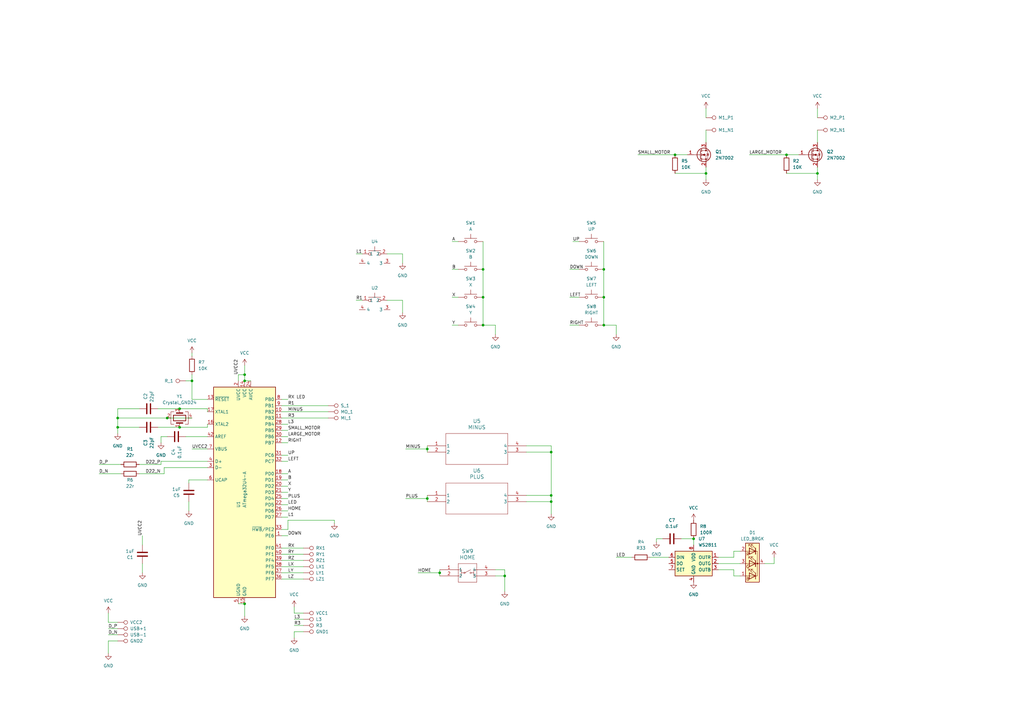
<source format=kicad_sch>
(kicad_sch (version 20231120) (generator "eeschema") (generator_version "8.0")
  (paper "A3")
  (lib_symbols
    (symbol "Connector:TestPoint" (pin_numbers hide) (pin_names (offset 0.762) hide)
      (property "Reference" "TP" (at 0 6.858 0))
      (property "Value" "TestPoint" (at 0 5.08 0))
      (symbol "TestPoint_0_1"
        (circle (center 0 3.302) (radius 0.762))
      )
      (symbol "TestPoint_1_1"
        (pin passive line (at 0 0 90) (length 2.54) (name "1") (number "1"))
      )
    )
    (symbol "Device:C" (pin_numbers hide) (pin_names (offset 0.254))
      (property "Reference" "C" (at 0.635 2.54 0))
      (property "Value" "C" (at 0.635 -2.54 0))
      (symbol "C_0_1"
        (polyline (pts (xy -2.032 -0.762) (xy 2.032 -0.762)) (stroke (width 0.508)))
        (polyline (pts (xy -2.032 0.762) (xy 2.032 0.762)) (stroke (width 0.508)))
      )
      (symbol "C_1_1"
        (pin passive line (at 0 3.81 270) (length 2.794) (name "~") (number "1"))
        (pin passive line (at 0 -3.81 90) (length 2.794) (name "~") (number "2"))
      )
    )
    (symbol "Device:Crystal_GND24" (pin_names (offset 1.016) hide)
      (property "Reference" "Y" (at 3.175 5.08 0))
      (property "Value" "Crystal_GND24" (at 3.175 3.175 0))
      (symbol "Crystal_GND24_0_1"
        (rectangle (start -1.143 2.54) (end 1.143 -2.54) (stroke (width 0.3048)))
        (polyline (pts (xy -2.54 0) (xy -2.032 0)))
        (polyline (pts (xy -2.032 -1.27) (xy -2.032 1.27)) (stroke (width 0.508)))
        (polyline (pts (xy 0 -3.81) (xy 0 -3.556)))
        (polyline (pts (xy 0 3.556) (xy 0 3.81)))
        (polyline (pts (xy 2.032 -1.27) (xy 2.032 1.27)) (stroke (width 0.508)))
        (polyline (pts (xy 2.032 0) (xy 2.54 0)))
        (polyline (pts (xy -2.54 -2.286) (xy -2.54 -3.556) (xy 2.54 -3.556) (xy 2.54 -2.286)))
        (polyline (pts (xy -2.54 2.286) (xy -2.54 3.556) (xy 2.54 3.556) (xy 2.54 2.286)))
      )
      (symbol "Crystal_GND24_1_1"
        (pin passive line (at -3.81 0 0) (length 1.27) (name "1") (number "1"))
        (pin passive line (at 0 5.08 270) (length 1.27) (name "2") (number "2"))
        (pin passive line (at 3.81 0 180) (length 1.27) (name "3") (number "3"))
        (pin passive line (at 0 -5.08 90) (length 1.27) (name "4") (number "4"))
      )
    )
    (symbol "Device:LED_BRGK" (pin_names (offset 0) hide)
      (property "Reference" "D" (at 0 9.398 0))
      (property "Value" "LED_BRGK" (at 0 -8.89 0))
      (symbol "LED_BRGK_0_0"
        (text "B" (at 1.905 -6.35 0) (effects (font (size 1.27 1.27))))
        (text "G" (at 1.905 -1.27 0) (effects (font (size 1.27 1.27))))
        (text "R" (at 1.905 3.81 0) (effects (font (size 1.27 1.27))))
      )
      (symbol "LED_BRGK_0_1"
        (circle (center -2.032 0) (radius 0.254) (fill (type outline)))
        (polyline (pts (xy -1.27 -5.08) (xy 1.27 -5.08)))
        (polyline (pts (xy -1.27 -3.81) (xy -1.27 -6.35)) (stroke (width 0.254)))
        (polyline (pts (xy -1.27 0) (xy -2.54 0)))
        (polyline (pts (xy -1.27 1.27) (xy -1.27 -1.27)) (stroke (width 0.254)))
        (polyline (pts (xy -1.27 5.08) (xy 1.27 5.08)))
        (polyline (pts (xy -1.27 6.35) (xy -1.27 3.81)) (stroke (width 0.254)))
        (polyline (pts (xy 1.27 -5.08) (xy 2.54 -5.08)))
        (polyline (pts (xy 1.27 0) (xy -1.27 0)))
        (polyline (pts (xy 1.27 0) (xy 2.54 0)))
        (polyline (pts (xy 1.27 5.08) (xy 2.54 5.08)))
        (polyline (pts (xy -1.27 1.27) (xy -1.27 -1.27) (xy -1.27 -1.27)))
        (polyline (pts (xy -1.27 6.35) (xy -1.27 3.81) (xy -1.27 3.81)))
        (polyline (pts (xy -1.27 5.08) (xy -2.032 5.08) (xy -2.032 -5.08) (xy -1.016 -5.08)))
        (polyline (pts (xy 1.27 -3.81) (xy 1.27 -6.35) (xy -1.27 -5.08) (xy 1.27 -3.81)) (stroke (width 0.254)))
        (polyline (pts (xy 1.27 1.27) (xy 1.27 -1.27) (xy -1.27 0) (xy 1.27 1.27)) (stroke (width 0.254)))
        (polyline (pts (xy 1.27 6.35) (xy 1.27 3.81) (xy -1.27 5.08) (xy 1.27 6.35)) (stroke (width 0.254)))
        (polyline (pts (xy -1.016 -3.81) (xy 0.508 -2.286) (xy -0.254 -2.286) (xy 0.508 -2.286) (xy 0.508 -3.048)))
        (polyline (pts (xy -1.016 1.27) (xy 0.508 2.794) (xy -0.254 2.794) (xy 0.508 2.794) (xy 0.508 2.032)))
        (polyline (pts (xy -1.016 6.35) (xy 0.508 7.874) (xy -0.254 7.874) (xy 0.508 7.874) (xy 0.508 7.112)))
        (polyline (pts (xy 0 -3.81) (xy 1.524 -2.286) (xy 0.762 -2.286) (xy 1.524 -2.286) (xy 1.524 -3.048)))
        (polyline (pts (xy 0 1.27) (xy 1.524 2.794) (xy 0.762 2.794) (xy 1.524 2.794) (xy 1.524 2.032)))
        (polyline (pts (xy 0 6.35) (xy 1.524 7.874) (xy 0.762 7.874) (xy 1.524 7.874) (xy 1.524 7.112)))
        (rectangle (start 1.27 -1.27) (end 1.27 1.27))
        (rectangle (start 1.27 1.27) (end 1.27 1.27))
        (rectangle (start 1.27 3.81) (end 1.27 6.35))
        (rectangle (start 1.27 6.35) (end 1.27 6.35))
        (rectangle (start 2.794 8.382) (end -2.794 -7.62) (stroke (width 0.254)) (fill (type background)))
      )
      (symbol "LED_BRGK_1_1"
        (pin passive line (at 5.08 -5.08 180) (length 2.54) (name "BA") (number "1"))
        (pin passive line (at 5.08 5.08 180) (length 2.54) (name "RA") (number "2"))
        (pin passive line (at 5.08 0 180) (length 2.54) (name "GA") (number "3"))
        (pin passive line (at -5.08 0 0) (length 2.54) (name "K") (number "4"))
      )
    )
    (symbol "Device:R" (pin_numbers hide) (pin_names (offset 0))
      (property "Reference" "R" (at 2.032 0 90))
      (property "Value" "R" (at 0 0 90))
      (symbol "R_0_1"
        (rectangle (start -1.016 -2.54) (end 1.016 2.54) (stroke (width 0.254)))
      )
      (symbol "R_1_1"
        (pin passive line (at 0 3.81 270) (length 1.27) (name "~") (number "1"))
        (pin passive line (at 0 -3.81 90) (length 1.27) (name "~") (number "2"))
      )
    )
    (symbol "Driver_LED:WS2811"
      (property "Reference" "U" (at -6.35 6.35 0))
      (property "Value" "WS2811" (at 5.08 6.35 0))
      (symbol "WS2811_0_1"
        (rectangle (start -7.62 5.08) (end 7.62 -5.08) (stroke (width 0.254)) (fill (type background)))
      )
      (symbol "WS2811_1_1"
        (pin output line (at 10.16 2.54 180) (length 2.54) (name "OUTR") (number "1"))
        (pin output line (at 10.16 0 180) (length 2.54) (name "OUTG") (number "2"))
        (pin output line (at 10.16 -2.54 180) (length 2.54) (name "OUTB") (number "3"))
        (pin power_in line (at 0 -7.62 90) (length 2.54) (name "GND") (number "4"))
        (pin output line (at -10.16 0 0) (length 2.54) (name "DO") (number "5"))
        (pin input line (at -10.16 2.54 0) (length 2.54) (name "DIN") (number "6"))
        (pin input line (at -10.16 -2.54 0) (length 2.54) (name "SET") (number "7"))
        (pin power_in line (at 0 7.62 270) (length 2.54) (name "VDD") (number "8"))
      )
    )
    (symbol "MCU_Microchip_ATmega:ATmega32U4-A"
      (property "Reference" "U" (at -12.7 44.45 0))
      (property "Value" "ATmega32U4-A" (at 2.54 -44.45 0))
      (symbol "ATmega32U4-A_0_1"
        (rectangle (start -12.7 -43.18) (end 12.7 43.18) (stroke (width 0.254)) (fill (type background)))
      )
      (symbol "ATmega32U4-A_1_1"
        (pin bidirectional line (at 15.24 -17.78 180) (length 2.54) (name "PE6") (number "1"))
        (pin bidirectional line (at 15.24 33.02 180) (length 2.54) (name "PB2") (number "10"))
        (pin bidirectional line (at 15.24 30.48 180) (length 2.54) (name "PB3") (number "11"))
        (pin bidirectional line (at 15.24 20.32 180) (length 2.54) (name "PB7") (number "12"))
        (pin input line (at -15.24 38.1 0) (length 2.54) (name "~{RESET}") (number "13"))
        (pin power_in line (at 0 45.72 270) (length 2.54) (name "VCC") (number "14"))
        (pin power_in line (at 0 -45.72 90) (length 2.54) (name "GND") (number "15"))
        (pin output line (at -15.24 27.94 0) (length 2.54) (name "XTAL2") (number "16"))
        (pin input line (at -15.24 33.02 0) (length 2.54) (name "XTAL1") (number "17"))
        (pin bidirectional line (at 15.24 7.62 180) (length 2.54) (name "PD0") (number "18"))
        (pin bidirectional line (at 15.24 5.08 180) (length 2.54) (name "PD1") (number "19"))
        (pin power_in line (at -2.54 45.72 270) (length 2.54) (name "UVCC") (number "2"))
        (pin bidirectional line (at 15.24 2.54 180) (length 2.54) (name "PD2") (number "20"))
        (pin bidirectional line (at 15.24 0 180) (length 2.54) (name "PD3") (number "21"))
        (pin bidirectional line (at 15.24 -5.08 180) (length 2.54) (name "PD5") (number "22"))
        (pin passive line (at 0 -45.72 90) (length 2.54) hide (name "GND") (number "23"))
        (pin power_in line (at 2.54 45.72 270) (length 2.54) (name "AVCC") (number "24"))
        (pin bidirectional line (at 15.24 -2.54 180) (length 2.54) (name "PD4") (number "25"))
        (pin bidirectional line (at 15.24 -7.62 180) (length 2.54) (name "PD6") (number "26"))
        (pin bidirectional line (at 15.24 -10.16 180) (length 2.54) (name "PD7") (number "27"))
        (pin bidirectional line (at 15.24 27.94 180) (length 2.54) (name "PB4") (number "28"))
        (pin bidirectional line (at 15.24 25.4 180) (length 2.54) (name "PB5") (number "29"))
        (pin bidirectional line (at -15.24 10.16 0) (length 2.54) (name "D-") (number "3"))
        (pin bidirectional line (at 15.24 22.86 180) (length 2.54) (name "PB6") (number "30"))
        (pin bidirectional line (at 15.24 15.24 180) (length 2.54) (name "PC6") (number "31"))
        (pin bidirectional line (at 15.24 12.7 180) (length 2.54) (name "PC7") (number "32"))
        (pin bidirectional line (at 15.24 -15.24 180) (length 2.54) (name "~{HWB}/PE2") (number "33"))
        (pin passive line (at 0 45.72 270) (length 2.54) hide (name "VCC") (number "34"))
        (pin passive line (at 0 -45.72 90) (length 2.54) hide (name "GND") (number "35"))
        (pin bidirectional line (at 15.24 -35.56 180) (length 2.54) (name "PF7") (number "36"))
        (pin bidirectional line (at 15.24 -33.02 180) (length 2.54) (name "PF6") (number "37"))
        (pin bidirectional line (at 15.24 -30.48 180) (length 2.54) (name "PF5") (number "38"))
        (pin bidirectional line (at 15.24 -27.94 180) (length 2.54) (name "PF4") (number "39"))
        (pin bidirectional line (at -15.24 12.7 0) (length 2.54) (name "D+") (number "4"))
        (pin bidirectional line (at 15.24 -25.4 180) (length 2.54) (name "PF1") (number "40"))
        (pin bidirectional line (at 15.24 -22.86 180) (length 2.54) (name "PF0") (number "41"))
        (pin passive line (at -15.24 22.86 0) (length 2.54) (name "AREF") (number "42"))
        (pin passive line (at 0 -45.72 90) (length 2.54) hide (name "GND") (number "43"))
        (pin passive line (at 2.54 45.72 270) (length 2.54) hide (name "AVCC") (number "44"))
        (pin passive line (at -2.54 -45.72 90) (length 2.54) (name "UGND") (number "5"))
        (pin passive line (at -15.24 5.08 0) (length 2.54) (name "UCAP") (number "6"))
        (pin input line (at -15.24 17.78 0) (length 2.54) (name "VBUS") (number "7"))
        (pin bidirectional line (at 15.24 38.1 180) (length 2.54) (name "PB0") (number "8"))
        (pin bidirectional line (at 15.24 35.56 180) (length 2.54) (name "PB1") (number "9"))
      )
    )
    (symbol "MJTP1117:SW_PUSH_Shield"
      (property "Reference" "U" (at 0 3.81 0))
      (symbol "SW_PUSH_Shield_0_1"
        (circle (center -2.032 -1.27) (radius 0.508))
        (polyline (pts (xy 0 0) (xy 0 1.778)))
        (polyline (pts (xy 2.54 0) (xy -2.54 0)))
        (circle (center 2.032 -1.27) (radius 0.508))
        (pin passive line (at -5.08 -1.27 0) (length 2.54) (name "1") (number "1"))
        (pin passive line (at 5.08 -1.27 180) (length 2.54) (name "2") (number "2"))
      )
      (symbol "SW_PUSH_Shield_1_1"
        (pin passive line (at 6.35 -5.08 180) (length 2.54) (name "3") (number "3"))
        (pin passive line (at -6.35 -5.08 0) (length 2.54) (name "4") (number "4"))
      )
    )
    (symbol "PTS526SK15SMTR2_LFS:PTS526_SK15_SMTR2_LFS" (pin_names (offset 0.254))
      (property "Reference" "U" (at 20.32 10.16 0))
      (property "Value" "PTS526 SK15 SMTR2 LFS" (at 20.32 7.62 0))
      (symbol "PTS526_SK15_SMTR2_LFS_0_1"
        (polyline (pts (xy 7.62 -7.62) (xy 33.02 -7.62)) (stroke (width 0.127)))
        (polyline (pts (xy 7.62 5.08) (xy 7.62 -7.62)) (stroke (width 0.127)))
        (polyline (pts (xy 33.02 -7.62) (xy 33.02 5.08)) (stroke (width 0.127)))
        (polyline (pts (xy 33.02 5.08) (xy 7.62 5.08)) (stroke (width 0.127)))
        (pin unspecified line (at 0 0 0) (length 7.62) (name "1") (number "1"))
        (pin unspecified line (at 0 -2.54 0) (length 7.62) (name "2") (number "2"))
        (pin unspecified line (at 40.64 -2.54 180) (length 7.62) (name "3") (number "3"))
        (pin unspecified line (at 40.64 0 180) (length 7.62) (name "4") (number "4"))
      )
    )
    (symbol "Switch:SW_Push" (pin_numbers hide) (pin_names (offset 1.016) hide)
      (property "Reference" "SW" (at 1.27 2.54 0))
      (property "Value" "SW_Push" (at 0 -1.524 0))
      (symbol "SW_Push_0_1"
        (circle (center -2.032 0) (radius 0.508))
        (polyline (pts (xy 0 1.27) (xy 0 3.048)))
        (polyline (pts (xy 2.54 1.27) (xy -2.54 1.27)))
        (circle (center 2.032 0) (radius 0.508))
        (pin passive line (at -5.08 0 0) (length 2.54) (name "1") (number "1"))
        (pin passive line (at 5.08 0 180) (length 2.54) (name "2") (number "2"))
      )
    )
    (symbol "TL3315NF100Q:TL3315NF100Q" (pin_names (offset 0.254))
      (property "Reference" "SW" (at 11.43 7.62 0))
      (property "Value" "TL3315NF100Q" (at 12.7 5.08 0))
      (symbol "TL3315NF100Q_0_1"
        (polyline (pts (xy 7.62 -5.08) (xy 15.24 -5.08)) (stroke (width 0.127)))
        (polyline (pts (xy 7.62 0) (xy 8.89 0)) (stroke (width 0.127)))
        (polyline (pts (xy 7.62 2.54) (xy 7.62 -5.08)) (stroke (width 0.127)))
        (polyline (pts (xy 8.89 -2.54) (xy 7.62 -2.54)) (stroke (width 0.127)))
        (polyline (pts (xy 8.89 -1.27) (xy 9.8425 -1.27)) (stroke (width 0.127)))
        (polyline (pts (xy 8.89 0) (xy 8.89 -2.54)) (stroke (width 0.127)))
        (polyline (pts (xy 10.16 -1.27) (xy 12.7 0)) (stroke (width 0.127)))
        (polyline (pts (xy 13.97 -2.54) (xy 15.24 -2.54)) (stroke (width 0.127)))
        (polyline (pts (xy 13.97 -1.27) (xy 13.0175 -1.27)) (stroke (width 0.127)))
        (polyline (pts (xy 13.97 0) (xy 13.97 -2.54)) (stroke (width 0.127)))
        (polyline (pts (xy 15.24 -5.08) (xy 15.24 2.54)) (stroke (width 0.127)))
        (polyline (pts (xy 15.24 0) (xy 13.97 0)) (stroke (width 0.127)))
        (polyline (pts (xy 15.24 2.54) (xy 7.62 2.54)) (stroke (width 0.127)))
        (circle (center 10.16 -1.27) (radius 0.3048) (stroke (width 0.127)))
        (circle (center 12.7 -1.27) (radius 0.3048) (stroke (width 0.127)))
        (pin unspecified line (at 0 0 0) (length 7.62) (name "1") (number "1"))
        (pin unspecified line (at 0 -2.54 0) (length 7.62) (name "2") (number "2"))
        (pin unspecified line (at 22.86 -2.54 180) (length 7.62) (name "3") (number "3"))
        (pin unspecified line (at 22.86 0 180) (length 7.62) (name "4") (number "4"))
      )
    )
    (symbol "Transistor_FET:2N7002" (pin_names hide)
      (property "Reference" "Q" (at 5.08 1.905 0))
      (property "Value" "2N7002" (at 5.08 0 0))
      (symbol "2N7002_0_1"
        (polyline (pts (xy 0.254 0) (xy -2.54 0)))
        (polyline (pts (xy 0.254 1.905) (xy 0.254 -1.905)) (stroke (width 0.254)))
        (polyline (pts (xy 0.762 -1.27) (xy 0.762 -2.286)) (stroke (width 0.254)))
        (polyline (pts (xy 0.762 0.508) (xy 0.762 -0.508)) (stroke (width 0.254)))
        (polyline (pts (xy 0.762 2.286) (xy 0.762 1.27)) (stroke (width 0.254)))
        (polyline (pts (xy 2.54 2.54) (xy 2.54 1.778)))
        (polyline (pts (xy 2.54 -2.54) (xy 2.54 0) (xy 0.762 0)))
        (polyline (pts (xy 0.762 -1.778) (xy 3.302 -1.778) (xy 3.302 1.778) (xy 0.762 1.778)))
        (polyline (pts (xy 1.016 0) (xy 2.032 0.381) (xy 2.032 -0.381) (xy 1.016 0)) (fill (type outline)))
        (polyline (pts (xy 2.794 0.508) (xy 2.921 0.381) (xy 3.683 0.381) (xy 3.81 0.254)))
        (polyline (pts (xy 3.302 0.381) (xy 2.921 -0.254) (xy 3.683 -0.254) (xy 3.302 0.381)))
        (circle (center 1.651 0) (radius 2.794) (stroke (width 0.254)))
        (circle (center 2.54 -1.778) (radius 0.254) (fill (type outline)))
        (circle (center 2.54 1.778) (radius 0.254) (fill (type outline)))
      )
      (symbol "2N7002_1_1"
        (pin input line (at -5.08 0 0) (length 2.54) (name "G") (number "1"))
        (pin passive line (at 2.54 -5.08 90) (length 2.54) (name "S") (number "2"))
        (pin passive line (at 2.54 5.08 270) (length 2.54) (name "D") (number "3"))
      )
    )
    (symbol "power:GND" (power) (pin_names (offset 0))
      (property "Value" "GND" (at 0 -3.81 0))
      (symbol "GND_0_1"
        (polyline (pts (xy 0 0) (xy 0 -1.27) (xy 1.27 -1.27) (xy 0 -2.54) (xy -1.27 -1.27) (xy 0 -1.27)))
      )
      (symbol "GND_1_1"
        (pin power_in line (at 0 0 270) (length 0) hide (name "GND") (number "1"))
      )
    )
    (symbol "power:VCC" (power) (pin_names (offset 0))
      (property "Value" "VCC" (at 0 3.81 0))
      (symbol "VCC_0_1"
        (polyline (pts (xy -0.762 1.27) (xy 0 2.54)))
        (polyline (pts (xy 0 0) (xy 0 2.54)))
        (polyline (pts (xy 0 2.54) (xy 0.762 1.27)))
      )
      (symbol "VCC_1_1"
        (pin power_in line (at 0 0 90) (length 0) hide (name "VCC") (number "1"))
      )
    )
  )
  (junction (at 100.33 153.67))
  (junction (at 100.33 156.21))
  (junction (at 247.65 110.49))
  (junction (at 78.74 156.21))
  (junction (at 68.58 171.45))
  (junction (at 276.86 63.5))
  (junction (at 207.01 236.22))
  (junction (at 175.26 204.47))
  (junction (at 180.34 234.95))
  (junction (at 226.06 205.74))
  (junction (at 48.26 175.26))
  (junction (at 198.12 110.49))
  (junction (at 322.58 63.5))
  (junction (at 73.66 167.64))
  (junction (at 175.26 184.15))
  (junction (at 226.06 203.2))
  (junction (at 198.12 133.35))
  (junction (at 247.65 133.35))
  (junction (at 48.26 171.45))
  (junction (at 289.56 71.12))
  (junction (at 284.48 220.98))
  (junction (at 198.12 121.92))
  (junction (at 73.66 175.26))
  (junction (at 226.06 185.42))
  (junction (at 247.65 121.92))
  (junction (at 335.28 71.12))
  (junction (at 100.33 247.65))
  (wire (pts (xy 67.31 191.77) (xy 85.09 191.77)))
  (wire (pts (xy 215.9 205.74) (xy 226.06 205.74)))
  (wire (pts (xy 294.64 233.68) (xy 300.99 233.68)))
  (wire (pts (xy 115.57 189.23) (xy 118.11 189.23)))
  (wire (pts (xy 203.2 236.22) (xy 207.01 236.22)))
  (wire (pts (xy 271.78 220.98) (xy 269.24 220.98)))
  (wire (pts (xy 226.06 210.82) (xy 226.06 205.74)))
  (wire (pts (xy 215.9 203.2) (xy 226.06 203.2)))
  (wire (pts (xy 120.65 254) (xy 124.46 254)))
  (wire (pts (xy 166.37 184.15) (xy 175.26 184.15)))
  (wire (pts (xy 115.57 234.95) (xy 124.46 234.95)))
  (wire (pts (xy 207.01 242.57) (xy 207.01 236.22)))
  (wire (pts (xy 175.26 203.2) (xy 175.26 204.47)))
  (wire (pts (xy 73.66 167.64) (xy 85.09 167.64)))
  (wire (pts (xy 115.57 171.45) (xy 134.62 171.45)))
  (wire (pts (xy 158.75 123.19) (xy 165.1 123.19)))
  (wire (pts (xy 100.33 153.67) (xy 100.33 156.21)))
  (wire (pts (xy 175.26 204.47) (xy 175.26 205.74)))
  (wire (pts (xy 120.65 256.54) (xy 124.46 256.54)))
  (wire (pts (xy 115.57 186.69) (xy 118.11 186.69)))
  (wire (pts (xy 215.9 185.42) (xy 226.06 185.42)))
  (wire (pts (xy 252.73 133.35) (xy 252.73 137.16)))
  (wire (pts (xy 266.7 228.6) (xy 274.32 228.6)))
  (wire (pts (xy 97.79 247.65) (xy 100.33 247.65)))
  (wire (pts (xy 120.65 248.92) (xy 120.65 251.46)))
  (wire (pts (xy 171.45 234.95) (xy 180.34 234.95)))
  (wire (pts (xy 48.26 167.64) (xy 57.15 167.64)))
  (wire (pts (xy 67.31 191.77) (xy 67.31 194.31)))
  (wire (pts (xy 68.58 179.07) (xy 66.04 179.07)))
  (wire (pts (xy 233.68 110.49) (xy 237.49 110.49)))
  (wire (pts (xy 48.26 177.8) (xy 48.26 175.26)))
  (wire (pts (xy 77.47 205.74) (xy 77.47 209.55)))
  (wire (pts (xy 115.57 224.79) (xy 124.46 224.79)))
  (wire (pts (xy 226.06 182.88) (xy 215.9 182.88)))
  (wire (pts (xy 115.57 237.49) (xy 124.46 237.49)))
  (wire (pts (xy 44.45 251.46) (xy 44.45 255.27)))
  (wire (pts (xy 233.68 121.92) (xy 237.49 121.92)))
  (wire (pts (xy 303.53 226.06) (xy 300.99 226.06)))
  (wire (pts (xy 118.11 213.36) (xy 137.16 213.36)))
  (wire (pts (xy 115.57 227.33) (xy 124.46 227.33)))
  (wire (pts (xy 185.42 99.06) (xy 187.96 99.06)))
  (wire (pts (xy 226.06 185.42) (xy 226.06 182.88)))
  (wire (pts (xy 146.05 123.19) (xy 148.59 123.19)))
  (wire (pts (xy 247.65 99.06) (xy 247.65 110.49)))
  (wire (pts (xy 269.24 220.98) (xy 269.24 222.25)))
  (wire (pts (xy 115.57 199.39) (xy 118.11 199.39)))
  (wire (pts (xy 300.99 226.06) (xy 300.99 228.6)))
  (wire (pts (xy 198.12 110.49) (xy 198.12 121.92)))
  (wire (pts (xy 66.04 190.5) (xy 57.15 190.5)))
  (wire (pts (xy 66.04 189.23) (xy 85.09 189.23)))
  (wire (pts (xy 247.65 121.92) (xy 247.65 133.35)))
  (wire (pts (xy 68.58 171.45) (xy 78.74 171.45)))
  (wire (pts (xy 115.57 166.37) (xy 134.62 166.37)))
  (wire (pts (xy 48.26 171.45) (xy 48.26 175.26)))
  (wire (pts (xy 115.57 176.53) (xy 118.11 176.53)))
  (wire (pts (xy 207.01 233.68) (xy 203.2 233.68)))
  (wire (pts (xy 78.74 156.21) (xy 76.2 156.21)))
  (wire (pts (xy 175.26 184.15) (xy 175.26 185.42)))
  (wire (pts (xy 115.57 181.61) (xy 118.11 181.61)))
  (wire (pts (xy 78.74 184.15) (xy 85.09 184.15)))
  (wire (pts (xy 317.5 228.6) (xy 317.5 231.14)))
  (wire (pts (xy 124.46 259.08) (xy 120.65 259.08)))
  (wire (pts (xy 118.11 213.36) (xy 118.11 217.17)))
  (wire (pts (xy 322.58 63.5) (xy 327.66 63.5)))
  (wire (pts (xy 115.57 194.31) (xy 118.11 194.31)))
  (wire (pts (xy 78.74 144.78) (xy 78.74 146.05)))
  (wire (pts (xy 64.77 167.64) (xy 73.66 167.64)))
  (wire (pts (xy 289.56 44.45) (xy 289.56 48.26)))
  (wire (pts (xy 300.99 233.68) (xy 300.99 236.22)))
  (wire (pts (xy 247.65 110.49) (xy 247.65 121.92)))
  (wire (pts (xy 100.33 156.21) (xy 102.87 156.21)))
  (wire (pts (xy 300.99 236.22) (xy 303.53 236.22)))
  (wire (pts (xy 115.57 201.93) (xy 118.11 201.93)))
  (wire (pts (xy 289.56 53.34) (xy 289.56 58.42)))
  (wire (pts (xy 115.57 212.09) (xy 118.11 212.09)))
  (wire (pts (xy 68.58 171.45) (xy 48.26 171.45)))
  (wire (pts (xy 85.09 168.91) (xy 85.09 167.64)))
  (wire (pts (xy 120.65 251.46) (xy 124.46 251.46)))
  (wire (pts (xy 175.26 182.88) (xy 175.26 184.15)))
  (wire (pts (xy 198.12 121.92) (xy 198.12 133.35)))
  (wire (pts (xy 166.37 204.47) (xy 175.26 204.47)))
  (wire (pts (xy 115.57 179.07) (xy 118.11 179.07)))
  (wire (pts (xy 44.45 255.27) (xy 48.26 255.27)))
  (wire (pts (xy 78.74 153.67) (xy 78.74 156.21)))
  (wire (pts (xy 233.68 133.35) (xy 237.49 133.35)))
  (wire (pts (xy 289.56 71.12) (xy 289.56 73.66)))
  (wire (pts (xy 73.66 175.26) (xy 85.09 175.26)))
  (wire (pts (xy 226.06 205.74) (xy 226.06 203.2)))
  (wire (pts (xy 115.57 229.87) (xy 124.46 229.87)))
  (wire (pts (xy 48.26 167.64) (xy 48.26 171.45)))
  (wire (pts (xy 85.09 173.99) (xy 85.09 175.26)))
  (wire (pts (xy 284.48 220.98) (xy 284.48 223.52)))
  (wire (pts (xy 335.28 44.45) (xy 335.28 48.26)))
  (wire (pts (xy 115.57 173.99) (xy 118.11 173.99)))
  (wire (pts (xy 44.45 260.35) (xy 48.26 260.35)))
  (wire (pts (xy 40.64 194.31) (xy 49.53 194.31)))
  (wire (pts (xy 185.42 133.35) (xy 187.96 133.35)))
  (wire (pts (xy 198.12 99.06) (xy 198.12 110.49)))
  (wire (pts (xy 165.1 123.19) (xy 165.1 128.27)))
  (wire (pts (xy 40.64 190.5) (xy 49.53 190.5)))
  (wire (pts (xy 247.65 133.35) (xy 252.73 133.35)))
  (wire (pts (xy 115.57 207.01) (xy 118.11 207.01)))
  (wire (pts (xy 97.79 153.67) (xy 97.79 156.21)))
  (wire (pts (xy 115.57 232.41) (xy 124.46 232.41)))
  (wire (pts (xy 77.47 196.85) (xy 77.47 198.12)))
  (wire (pts (xy 44.45 262.89) (xy 44.45 267.97)))
  (wire (pts (xy 58.42 231.14) (xy 58.42 234.95)))
  (wire (pts (xy 76.2 179.07) (xy 85.09 179.07)))
  (wire (pts (xy 78.74 156.21) (xy 78.74 163.83)))
  (wire (pts (xy 115.57 204.47) (xy 118.11 204.47)))
  (wire (pts (xy 185.42 121.92) (xy 187.96 121.92)))
  (wire (pts (xy 85.09 196.85) (xy 77.47 196.85)))
  (wire (pts (xy 158.75 104.14) (xy 165.1 104.14)))
  (wire (pts (xy 313.69 231.14) (xy 317.5 231.14)))
  (wire (pts (xy 100.33 149.86) (xy 100.33 153.67)))
  (wire (pts (xy 180.34 233.68) (xy 180.34 234.95)))
  (wire (pts (xy 118.11 217.17) (xy 115.57 217.17)))
  (wire (pts (xy 100.33 247.65) (xy 100.33 252.73)))
  (wire (pts (xy 289.56 68.58) (xy 289.56 71.12)))
  (wire (pts (xy 115.57 168.91) (xy 134.62 168.91)))
  (wire (pts (xy 67.31 194.31) (xy 57.15 194.31)))
  (wire (pts (xy 115.57 196.85) (xy 118.11 196.85)))
  (wire (pts (xy 300.99 228.6) (xy 294.64 228.6)))
  (wire (pts (xy 322.58 71.12) (xy 335.28 71.12)))
  (wire (pts (xy 276.86 63.5) (xy 281.94 63.5)))
  (wire (pts (xy 58.42 219.71) (xy 58.42 223.52)))
  (wire (pts (xy 335.28 53.34) (xy 335.28 58.42)))
  (wire (pts (xy 261.62 63.5) (xy 276.86 63.5)))
  (wire (pts (xy 97.79 153.67) (xy 100.33 153.67)))
  (wire (pts (xy 85.09 163.83) (xy 78.74 163.83)))
  (wire (pts (xy 234.95 99.06) (xy 237.49 99.06)))
  (wire (pts (xy 252.73 228.6) (xy 259.08 228.6)))
  (wire (pts (xy 207.01 236.22) (xy 207.01 233.68)))
  (wire (pts (xy 115.57 163.83) (xy 118.11 163.83)))
  (wire (pts (xy 44.45 257.81) (xy 48.26 257.81)))
  (wire (pts (xy 48.26 175.26) (xy 57.15 175.26)))
  (wire (pts (xy 203.2 133.35) (xy 203.2 137.16)))
  (wire (pts (xy 120.65 259.08) (xy 120.65 261.62)))
  (wire (pts (xy 279.4 220.98) (xy 284.48 220.98)))
  (wire (pts (xy 294.64 231.14) (xy 303.53 231.14)))
  (wire (pts (xy 146.05 104.14) (xy 148.59 104.14)))
  (wire (pts (xy 137.16 213.36) (xy 137.16 214.63)))
  (wire (pts (xy 335.28 71.12) (xy 335.28 73.66)))
  (wire (pts (xy 64.77 175.26) (xy 73.66 175.26)))
  (wire (pts (xy 307.34 63.5) (xy 322.58 63.5)))
  (wire (pts (xy 66.04 189.23) (xy 66.04 190.5)))
  (wire (pts (xy 226.06 203.2) (xy 226.06 185.42)))
  (wire (pts (xy 198.12 133.35) (xy 203.2 133.35)))
  (wire (pts (xy 335.28 68.58) (xy 335.28 71.12)))
  (wire (pts (xy 180.34 234.95) (xy 180.34 236.22)))
  (wire (pts (xy 115.57 209.55) (xy 118.11 209.55)))
  (wire (pts (xy 276.86 71.12) (xy 289.56 71.12)))
  (wire (pts (xy 115.57 219.71) (xy 118.11 219.71)))
  (wire (pts (xy 165.1 104.14) (xy 165.1 107.95)))
  (wire (pts (xy 48.26 262.89) (xy 44.45 262.89)))
  (wire (pts (xy 185.42 110.49) (xy 187.96 110.49)))
  (wire (pts (xy 66.04 179.07) (xy 66.04 181.61)))
  (label "DOWN" (at 118.11 219.71 0))
  (label "B" (at 118.11 196.85 0))
  (label "L3" (at 120.65 254 0))
  (label "Y" (at 118.11 201.93 0))
  (label "X" (at 118.11 199.39 0))
  (label "Y" (at 185.42 133.35 0))
  (label "D22_P" (at 59.69 190.5 0))
  (label "D_N" (at 40.64 194.31 0))
  (label "UVCC2" (at 78.74 184.15 0))
  (label "PLUS" (at 118.11 204.47 0))
  (label "MINUS" (at 166.37 184.15 0))
  (label "LEFT" (at 233.68 121.92 0))
  (label "D22_N" (at 59.69 194.31 0))
  (label "RIGHT" (at 118.11 181.61 0))
  (label "R1" (at 118.11 166.37 0))
  (label "LARGE_MOTOR" (at 118.11 179.07 0))
  (label "LED" (at 118.11 207.01 0))
  (label "RIGHT" (at 233.68 133.35 0))
  (label "LARGE_MOTOR" (at 307.34 63.5 0))
  (label "RX LED" (at 118.11 163.83 0))
  (label "SMALL_MOTOR" (at 261.62 63.5 0))
  (label "HOME" (at 171.45 234.95 0))
  (label "R1" (at 146.05 123.19 0))
  (label "D_N" (at 44.45 260.35 0))
  (label "UP" (at 234.95 99.06 0))
  (label "A" (at 118.11 194.31 0))
  (label "L1" (at 146.05 104.14 0))
  (label "LEFT" (at 118.11 189.23 0))
  (label "R3" (at 118.11 171.45 0))
  (label "X" (at 185.42 121.92 0))
  (label "LY" (at 118.11 234.95 0))
  (label "LED" (at 252.73 228.6 0))
  (label "D_P" (at 40.64 190.5 0))
  (label "LX" (at 118.11 232.41 0))
  (label "UVCC2" (at 97.79 153.67 90))
  (label "LZ" (at 118.11 237.49 0))
  (label "UVCC2" (at 58.42 219.71 90))
  (label "RZ" (at 118.11 229.87 0))
  (label "RY" (at 118.11 227.33 0))
  (label "PLUS" (at 166.37 204.47 0))
  (label "SMALL_MOTOR" (at 118.11 176.53 0))
  (label "D_P" (at 44.45 257.81 0))
  (label "B" (at 185.42 110.49 0))
  (label "RX" (at 118.11 224.79 0))
  (label "R3" (at 120.65 256.54 0))
  (label "DOWN" (at 233.68 110.49 0))
  (label "L1" (at 118.11 212.09 0))
  (label "HOME" (at 118.11 209.55 0))
  (label "L3" (at 118.11 173.99 0))
  (label "UP" (at 118.11 186.69 0))
  (label "A" (at 185.42 99.06 0))
  (label "MINUS" (at 118.11 168.91 0))
  (symbol (lib_id "Device:C") (at 60.96 175.26 90) (unit 1)
    (property "Reference" "C3" (at 59.69 181.61 0))
    (property "Value" "22pF" (at 62.23 181.61 0))
    (property "Footprint" "Capacitor_SMD:C_0603_1608Metric_Pad1.08x0.95mm_HandSolder" (effects (hide yes)))
  )
  (symbol (lib_id "Device:R") (at 322.58 67.31 180) (unit 1)
    (property "Reference" "R2" (at 325.12 66.04 0) (effects (justify right)))
    (property "Value" "10K" (at 325.12 68.58 0) (effects (justify right)))
    (property "Footprint" "Resistor_SMD:R_0603_1608Metric_Pad0.98x0.95mm_HandSolder" (effects (hide yes)))
  )
  (symbol (lib_id "Connector:TestPoint") (at 76.2 156.21 90) (unit 1)
    (property "Reference" "R_1" (at 71.12 156.21 90) (effects (justify left)))
    (property "Value" "RESET" (effects (hide yes)))
    (property "Footprint" "TestPoint:TestPoint_Pad_D1.5mm" (effects (hide yes)))
  )
  (symbol (lib_id "power:GND") (at 165.1 107.95 0) (unit 1)
    (property "Reference" "#PWR013" (effects (hide yes)))
    (property "Value" "GND" (at 165.1 113.03 0))
  )
  (symbol (lib_id "Device:C") (at 60.96 167.64 90) (unit 1)
    (property "Reference" "C2" (at 59.69 162.56 0))
    (property "Value" "22pF" (at 62.23 162.56 0))
    (property "Footprint" "Capacitor_SMD:C_0603_1608Metric_Pad1.08x0.95mm_HandSolder" (effects (hide yes)))
  )
  (symbol (lib_id "Connector:TestPoint") (at 134.62 171.45 270) (unit 1)
    (property "Reference" "MI_1" (at 139.7 171.45 90) (effects (justify left)))
    (property "Value" "MISO" (effects (hide yes)))
    (property "Footprint" "TestPoint:TestPoint_Pad_D1.5mm" (effects (hide yes)))
  )
  (symbol (lib_id "power:VCC") (at 289.56 44.45 0) (unit 1)
    (property "Reference" "#PWR026" (effects (hide yes)))
    (property "Value" "VCC" (at 289.56 39.37 0))
  )
  (symbol (lib_id "Device:R") (at 262.89 228.6 90) (unit 1)
    (property "Reference" "R4" (at 262.89 222.25 90))
    (property "Value" "R33" (at 262.89 224.79 90))
    (property "Footprint" "Resistor_SMD:R_0603_1608Metric_Pad0.98x0.95mm_HandSolder" (effects (hide yes)))
  )
  (symbol (lib_id "Switch:SW_Push") (at 193.04 133.35 0) (unit 1)
    (property "Reference" "SW4" (at 193.04 125.73 0))
    (property "Value" "Y" (at 193.04 128.27 0))
    (property "Footprint" "Parts:Membrane Button Small" (effects (hide yes)))
  )
  (symbol (lib_id "Connector:TestPoint") (at 48.26 260.35 270) (unit 1)
    (property "Reference" "USB-1" (at 53.34 260.35 90) (effects (justify left)))
    (property "Value" "USB-" (effects (hide yes)))
    (property "Footprint" "TestPoint:TestPoint_THTPad_D2.0mm_Drill1.0mm" (effects (hide yes)))
  )
  (symbol (lib_id "Connector:TestPoint") (at 124.46 251.46 270) (unit 1)
    (property "Reference" "VCC1" (at 129.54 251.46 90) (effects (justify left)))
    (property "Value" "VCC" (effects (hide yes)))
    (property "Footprint" "TestPoint:TestPoint_Pad_D1.0mm" (effects (hide yes)))
  )
  (symbol (lib_id "power:VCC") (at 120.65 248.92 0) (unit 1)
    (property "Reference" "#PWR014" (effects (hide yes)))
    (property "Value" "VCC" (at 120.65 243.84 0))
  )
  (symbol (lib_id "Switch:SW_Push") (at 193.04 99.06 0) (unit 1)
    (property "Reference" "SW1" (at 193.04 91.44 0))
    (property "Value" "A" (at 193.04 93.98 0))
    (property "Footprint" "Parts:Membrane Button Small" (effects (hide yes)))
  )
  (symbol (lib_id "power:GND") (at 77.47 209.55 0) (unit 1)
    (property "Reference" "#PWR04" (effects (hide yes)))
    (property "Value" "GND" (at 77.47 214.63 0))
  )
  (symbol (lib_id "Connector:TestPoint") (at 289.56 53.34 270) (unit 1)
    (property "Reference" "M1_N1" (at 294.64 53.34 90) (effects (justify left)))
    (property "Value" "MOSI" (effects (hide yes)))
    (property "Footprint" "TestPoint:TestPoint_THTPad_D2.0mm_Drill1.0mm" (effects (hide yes)))
  )
  (symbol (lib_id "Switch:SW_Push") (at 242.57 121.92 0) (unit 1)
    (property "Reference" "SW7" (at 242.57 114.3 0))
    (property "Value" "LEFT" (at 242.57 116.84 0))
    (property "Footprint" "Parts:Membrane Button Small" (effects (hide yes)))
  )
  (symbol (lib_id "Device:R") (at 276.86 67.31 180) (unit 1)
    (property "Reference" "R5" (at 279.4 66.04 0) (effects (justify right)))
    (property "Value" "10K" (at 279.4 68.58 0) (effects (justify right)))
    (property "Footprint" "Resistor_SMD:R_0603_1608Metric_Pad0.98x0.95mm_HandSolder" (effects (hide yes)))
  )
  (symbol (lib_id "Connector:TestPoint") (at 124.46 232.41 270) (unit 1)
    (property "Reference" "LX1" (at 129.54 232.41 90) (effects (justify left)))
    (property "Value" "LX" (effects (hide yes)))
    (property "Footprint" "TestPoint:TestPoint_Pad_D1.0mm" (effects (hide yes)))
  )
  (symbol (lib_id "Switch:SW_Push") (at 193.04 121.92 0) (unit 1)
    (property "Reference" "SW3" (at 193.04 114.3 0))
    (property "Value" "X" (at 193.04 116.84 0))
    (property "Footprint" "Parts:Membrane Button Small" (effects (hide yes)))
  )
  (symbol (lib_id "Device:C") (at 72.39 179.07 90) (unit 1)
    (property "Reference" "C4" (at 71.12 185.42 0))
    (property "Value" "0.1uF" (at 73.66 185.42 0))
    (property "Footprint" "Capacitor_SMD:C_0603_1608Metric_Pad1.08x0.95mm_HandSolder" (effects (hide yes)))
  )
  (symbol (lib_id "PTS526SK15SMTR2_LFS:PTS526_SK15_SMTR2_LFS") (at 175.26 182.88 0) (unit 1)
    (property "Reference" "U5" (at 195.58 172.72 0) (effects (font (size 1.524 1.524))))
    (property "Value" "MINUS" (at 195.58 175.26 0) (effects (font (size 1.524 1.524))))
    (property "Footprint" "SMT_FS" (effects (hide yes)))
    (property "Datasheet" "PTS526 SK15 SMTR2 LFS" (effects (hide yes)))
  )
  (symbol (lib_id "Connector:TestPoint") (at 48.26 257.81 270) (unit 1)
    (property "Reference" "USB+1" (at 53.34 257.81 90) (effects (justify left)))
    (property "Value" "USB+" (effects (hide yes)))
    (property "Footprint" "TestPoint:TestPoint_THTPad_D2.0mm_Drill1.0mm" (effects (hide yes)))
  )
  (symbol (lib_id "Device:R") (at 53.34 190.5 270) (unit 1)
    (property "Reference" "R1" (at 53.34 184.15 90))
    (property "Value" "22r" (at 53.34 186.69 90))
    (property "Footprint" "Resistor_SMD:R_0603_1608Metric_Pad0.98x0.95mm_HandSolder" (effects (hide yes)))
  )
  (symbol (lib_id "TL3315NF100Q:TL3315NF100Q") (at 180.34 233.68 0) (unit 1)
    (property "Reference" "SW9" (at 191.77 226.06 0) (effects (font (size 1.524 1.524))))
    (property "Value" "HOME" (at 191.77 228.6 0) (effects (font (size 1.524 1.524))))
    (property "Footprint" "TL3315NF100Q_EWI" (effects (hide yes)))
    (property "Datasheet" "TL3315NF100Q" (effects (hide yes)))
  )
  (symbol (lib_id "power:VCC") (at 44.45 251.46 0) (unit 1)
    (property "Reference" "#PWR024" (effects (hide yes)))
    (property "Value" "VCC" (at 44.45 246.38 0))
  )
  (symbol (lib_id "Connector:TestPoint") (at 48.26 255.27 270) (unit 1)
    (property "Reference" "VCC2" (at 53.34 255.27 90) (effects (justify left)))
    (property "Value" "VCC" (effects (hide yes)))
    (property "Footprint" "TestPoint:TestPoint_THTPad_D2.0mm_Drill1.0mm" (effects (hide yes)))
  )
  (symbol (lib_id "MJTP1117:SW_PUSH_Shield") (at 153.67 102.87 0) (unit 1)
    (property "Reference" "U4" (at 153.67 99.06 0))
    (property "Value" "~" (at 153.67 102.87 0))
    (property "Footprint" "Parts:MJTP1117" (effects (hide yes)))
  )
  (symbol (lib_id "power:GND") (at 44.45 267.97 0) (unit 1)
    (property "Reference" "#PWR025" (effects (hide yes)))
    (property "Value" "GND" (at 44.45 273.05 0))
  )
  (symbol (lib_id "power:GND") (at 226.06 210.82 0) (unit 1)
    (property "Reference" "#PWR011" (effects (hide yes)))
    (property "Value" "GND" (at 226.06 215.9 0))
  )
  (symbol (lib_id "power:GND") (at 48.26 177.8 0) (unit 1)
    (property "Reference" "#PWR01" (effects (hide yes)))
    (property "Value" "GND" (at 48.26 182.88 0))
  )
  (symbol (lib_id "power:VCC") (at 335.28 44.45 0) (unit 1)
    (property "Reference" "#PWR018" (effects (hide yes)))
    (property "Value" "VCC" (at 335.28 39.37 0))
  )
  (symbol (lib_id "Connector:TestPoint") (at 289.56 48.26 270) (unit 1)
    (property "Reference" "M1_P1" (at 294.64 48.26 90) (effects (justify left)))
    (property "Value" "MOSI" (effects (hide yes)))
    (property "Footprint" "TestPoint:TestPoint_THTPad_D2.0mm_Drill1.0mm" (effects (hide yes)))
  )
  (symbol (lib_id "Connector:TestPoint") (at 124.46 227.33 270) (unit 1)
    (property "Reference" "RY1" (at 129.54 227.33 90) (effects (justify left)))
    (property "Value" "RY" (effects (hide yes)))
    (property "Footprint" "TestPoint:TestPoint_Pad_D1.0mm" (effects (hide yes)))
  )
  (symbol (lib_id "Device:C") (at 58.42 227.33 180) (unit 1)
    (property "Reference" "C1" (at 53.34 228.6 0))
    (property "Value" "1uF" (at 53.34 226.06 0))
    (property "Footprint" "Capacitor_SMD:C_0603_1608Metric_Pad1.08x0.95mm_HandSolder" (effects (hide yes)))
  )
  (symbol (lib_id "Device:R") (at 284.48 217.17 0) (unit 1)
    (property "Reference" "R8" (at 287.02 215.9 0) (effects (justify left)))
    (property "Value" "100R" (at 287.02 218.44 0) (effects (justify left)))
    (property "Footprint" "Resistor_SMD:R_0603_1608Metric_Pad0.98x0.95mm_HandSolder" (effects (hide yes)))
  )
  (symbol (lib_id "Device:C") (at 77.47 201.93 180) (unit 1)
    (property "Reference" "C5" (at 72.39 203.2 0))
    (property "Value" "1uF" (at 72.39 200.66 0))
    (property "Footprint" "Capacitor_SMD:C_0603_1608Metric_Pad1.08x0.95mm_HandSolder" (effects (hide yes)))
  )
  (symbol (lib_id "power:VCC") (at 100.33 149.86 0) (unit 1)
    (property "Reference" "#PWR06" (effects (hide yes)))
    (property "Value" "VCC" (at 100.33 144.78 0))
  )
  (symbol (lib_id "power:GND") (at 137.16 214.63 0) (unit 1)
    (property "Reference" "#PWR08" (effects (hide yes)))
    (property "Value" "GND" (at 137.16 219.71 0))
  )
  (symbol (lib_id "Device:C") (at 275.59 220.98 90) (unit 1)
    (property "Reference" "C7" (at 275.59 213.36 90))
    (property "Value" "0.1uF" (at 275.59 215.9 90))
    (property "Footprint" "Capacitor_SMD:C_0603_1608Metric_Pad1.08x0.95mm_HandSolder" (effects (hide yes)))
  )
  (symbol (lib_id "Connector:TestPoint") (at 48.26 262.89 270) (unit 1)
    (property "Reference" "GND2" (at 53.34 262.89 90) (effects (justify left)))
    (property "Value" "GND" (effects (hide yes)))
    (property "Footprint" "TestPoint:TestPoint_THTPad_D2.0mm_Drill1.0mm" (effects (hide yes)))
  )
  (symbol (lib_id "Transistor_FET:2N7002") (at 287.02 63.5 0) (unit 1)
    (property "Reference" "Q1" (at 293.37 62.2299 0) (effects (justify left)))
    (property "Value" "2N7002" (at 293.37 64.7699 0) (effects (justify left)))
    (property "Footprint" "Package_TO_SOT_SMD:SOT-23" (effects (hide yes)))
    (property "Datasheet" "https://www.onsemi.com/pub/Collateral/NDS7002A-D.PDF" (effects (hide yes)))
    (property "Description" "0.115A Id, 60V Vds, N-Channel MOSFET, SOT-23" (effects (hide yes)))
  )
  (symbol (lib_id "MJTP1117:SW_PUSH_Shield") (at 153.67 121.92 0) (unit 1)
    (property "Reference" "U2" (at 153.67 118.11 0))
    (property "Value" "~" (at 153.67 121.92 0))
    (property "Footprint" "Parts:MJTP1117" (effects (hide yes)))
  )
  (symbol (lib_id "power:GND") (at 58.42 234.95 0) (unit 1)
    (property "Reference" "#PWR02" (effects (hide yes)))
    (property "Value" "GND" (at 58.42 240.03 0))
  )
  (symbol (lib_id "Device:Crystal_GND24") (at 73.66 171.45 90) (unit 1)
    (property "Reference" "Y1" (at 73.66 162.56 90))
    (property "Value" "Crystal_GND24" (at 73.66 165.1 90))
    (property "Footprint" "Crystal:Crystal_SMD_5032-4Pin_5.0x3.2mm" (effects (hide yes)))
  )
  (symbol (lib_id "Device:LED_BRGK") (at 308.61 231.14 0) (mirror y) (unit 1)
    (property "Reference" "D1" (at 308.61 218.44 0))
    (property "Value" "LED_BRGK" (at 308.61 220.98 0))
    (property "Footprint" "Parts:LED_T36K3BGR-05D000121U1930" (effects (hide yes)))
  )
  (symbol (lib_id "PTS526SK15SMTR2_LFS:PTS526_SK15_SMTR2_LFS") (at 175.26 203.2 0) (unit 1)
    (property "Reference" "U6" (at 195.58 193.04 0) (effects (font (size 1.524 1.524))))
    (property "Value" "PLUS" (at 195.58 195.58 0) (effects (font (size 1.524 1.524))))
    (property "Footprint" "SMT_FS" (effects (hide yes)))
    (property "Datasheet" "PTS526 SK15 SMTR2 LFS" (effects (hide yes)))
  )
  (symbol (lib_id "Connector:TestPoint") (at 134.62 168.91 270) (unit 1)
    (property "Reference" "MO_1" (at 139.7 168.91 90) (effects (justify left)))
    (property "Value" "MOSI" (effects (hide yes)))
    (property "Footprint" "TestPoint:TestPoint_Pad_D1.5mm" (effects (hide yes)))
  )
  (symbol (lib_id "Connector:TestPoint") (at 124.46 254 270) (unit 1)
    (property "Reference" "L3" (at 129.54 254 90) (effects (justify left)))
    (property "Value" "L3" (effects (hide yes)))
    (property "Footprint" "TestPoint:TestPoint_Pad_D1.0mm" (effects (hide yes)))
  )
  (symbol (lib_id "Switch:SW_Push") (at 242.57 99.06 0) (unit 1)
    (property "Reference" "SW5" (at 242.57 91.44 0))
    (property "Value" "UP" (at 242.57 93.98 0))
    (property "Footprint" "Parts:Membrane Button Small" (effects (hide yes)))
  )
  (symbol (lib_id "power:GND") (at 289.56 73.66 0) (unit 1)
    (property "Reference" "#PWR027" (effects (hide yes)))
    (property "Value" "GND" (at 289.56 78.74 0))
  )
  (symbol (lib_id "Device:R") (at 78.74 149.86 180) (unit 1)
    (property "Reference" "R7" (at 81.28 148.59 0) (effects (justify right)))
    (property "Value" "10K" (at 81.28 151.13 0) (effects (justify right)))
    (property "Footprint" "Resistor_SMD:R_0603_1608Metric_Pad0.98x0.95mm_HandSolder" (effects (hide yes)))
  )
  (symbol (lib_id "Connector:TestPoint") (at 134.62 166.37 270) (unit 1)
    (property "Reference" "S_1" (at 139.7 166.37 90) (effects (justify left)))
    (property "Value" "SCK" (effects (hide yes)))
    (property "Footprint" "TestPoint:TestPoint_Pad_D1.5mm" (effects (hide yes)))
  )
  (symbol (lib_id "Connector:TestPoint") (at 124.46 234.95 270) (unit 1)
    (property "Reference" "LY1" (at 129.54 234.95 90) (effects (justify left)))
    (property "Value" "LY" (effects (hide yes)))
    (property "Footprint" "TestPoint:TestPoint_Pad_D1.0mm" (effects (hide yes)))
  )
  (symbol (lib_id "MCU_Microchip_ATmega:ATmega32U4-A") (at 100.33 201.93 0) (unit 1)
    (property "Reference" "U1" (at 97.79 208.28 90) (effects (justify left)))
    (property "Value" "ATmega32U4-A" (at 100.33 208.28 90) (effects (justify left)))
    (property "Footprint" "Package_QFP:TQFP-44_10x10mm_P0.8mm" (effects (hide yes)))
    (property "Datasheet" "http://ww1.microchip.com/downloads/en/DeviceDoc/Atmel-7766-8-bit-AVR-ATmega16U4-32U4_Datasheet.pdf" (effects (hide yes)))
  )
  (symbol (lib_id "power:GND") (at 203.2 137.16 0) (unit 1)
    (property "Reference" "#PWR017" (effects (hide yes)))
    (property "Value" "GND" (at 203.2 142.24 0))
  )
  (symbol (lib_id "power:GND") (at 165.1 128.27 0) (unit 1)
    (property "Reference" "#PWR016" (effects (hide yes)))
    (property "Value" "GND" (at 165.1 133.35 0))
  )
  (symbol (lib_id "Switch:SW_Push") (at 242.57 110.49 0) (unit 1)
    (property "Reference" "SW6" (at 242.57 102.87 0))
    (property "Value" "DOWN" (at 242.57 105.41 0))
    (property "Footprint" "Parts:Membrane Button Small" (effects (hide yes)))
  )
  (symbol (lib_id "power:GND") (at 252.73 137.16 0) (unit 1)
    (property "Reference" "#PWR09" (effects (hide yes)))
    (property "Value" "GND" (at 252.73 142.24 0))
  )
  (symbol (lib_id "power:GND") (at 335.28 73.66 0) (unit 1)
    (property "Reference" "#PWR019" (effects (hide yes)))
    (property "Value" "GND" (at 335.28 78.74 0))
  )
  (symbol (lib_id "Switch:SW_Push") (at 193.04 110.49 0) (unit 1)
    (property "Reference" "SW2" (at 193.04 102.87 0))
    (property "Value" "B" (at 193.04 105.41 0))
    (property "Footprint" "Parts:Membrane Button Small" (effects (hide yes)))
  )
  (symbol (lib_id "Switch:SW_Push") (at 242.57 133.35 0) (unit 1)
    (property "Reference" "SW8" (at 242.57 125.73 0))
    (property "Value" "RIGHT" (at 242.57 128.27 0))
    (property "Footprint" "Parts:Membrane Button Small" (effects (hide yes)))
  )
  (symbol (lib_id "power:GND") (at 284.48 238.76 0) (unit 1)
    (property "Reference" "#PWR022" (effects (hide yes)))
    (property "Value" "GND" (at 284.48 243.84 0))
  )
  (symbol (lib_id "power:GND") (at 269.24 222.25 0) (unit 1)
    (property "Reference" "#PWR015" (effects (hide yes)))
    (property "Value" "GND" (at 269.24 227.33 0))
  )
  (symbol (lib_id "power:VCC") (at 284.48 213.36 0) (unit 1)
    (property "Reference" "#PWR021" (effects (hide yes)))
    (property "Value" "VCC" (at 284.48 208.28 0))
  )
  (symbol (lib_id "Connector:TestPoint") (at 124.46 259.08 270) (unit 1)
    (property "Reference" "GND1" (at 129.54 259.08 90) (effects (justify left)))
    (property "Value" "GND" (effects (hide yes)))
    (property "Footprint" "TestPoint:TestPoint_Pad_D1.0mm" (effects (hide yes)))
  )
  (symbol (lib_id "power:GND") (at 66.04 181.61 0) (unit 1)
    (property "Reference" "#PWR03" (effects (hide yes)))
    (property "Value" "GND" (at 66.04 186.69 0))
  )
  (symbol (lib_id "Connector:TestPoint") (at 124.46 229.87 270) (unit 1)
    (property "Reference" "RZ1" (at 129.54 229.87 90) (effects (justify left)))
    (property "Value" "RZ" (effects (hide yes)))
    (property "Footprint" "TestPoint:TestPoint_Pad_D1.0mm" (effects (hide yes)))
  )
  (symbol (lib_id "Connector:TestPoint") (at 124.46 256.54 270) (unit 1)
    (property "Reference" "R3" (at 129.54 256.54 90) (effects (justify left)))
    (property "Value" "R3" (effects (hide yes)))
    (property "Footprint" "TestPoint:TestPoint_Pad_D1.0mm" (effects (hide yes)))
  )
  (symbol (lib_id "power:GND") (at 100.33 252.73 0) (unit 1)
    (property "Reference" "#PWR07" (effects (hide yes)))
    (property "Value" "GND" (at 100.33 257.81 0))
  )
  (symbol (lib_id "power:GND") (at 207.01 242.57 0) (unit 1)
    (property "Reference" "#PWR010" (effects (hide yes)))
    (property "Value" "GND" (at 207.01 247.65 0))
  )
  (symbol (lib_id "power:VCC") (at 317.5 228.6 0) (unit 1)
    (property "Reference" "#PWR023" (effects (hide yes)))
    (property "Value" "VCC" (at 317.5 223.52 0))
  )
  (symbol (lib_id "Connector:TestPoint") (at 124.46 224.79 270) (unit 1)
    (property "Reference" "RX1" (at 129.54 224.79 90) (effects (justify left)))
    (property "Value" "RX" (effects (hide yes)))
    (property "Footprint" "TestPoint:TestPoint_Pad_D1.0mm" (effects (hide yes)))
  )
  (symbol (lib_id "power:GND") (at 120.65 261.62 0) (unit 1)
    (property "Reference" "#PWR012" (effects (hide yes)))
    (property "Value" "GND" (at 120.65 266.7 0))
  )
  (symbol (lib_id "power:VCC") (at 78.74 144.78 0) (unit 1)
    (property "Reference" "#PWR05" (effects (hide yes)))
    (property "Value" "VCC" (at 78.74 139.7 0))
  )
  (symbol (lib_id "Driver_LED:WS2811") (at 284.48 231.14 0) (unit 1)
    (property "Reference" "U7" (at 286.4359 220.98 0) (effects (justify left)))
    (property "Value" "WS2811" (at 286.4359 223.52 0) (effects (justify left)))
    (property "Footprint" "Package_SO:SOP-8_3.9x4.9mm_P1.27mm" (effects (hide yes)))
    (property "Datasheet" "https://cdn-shop.adafruit.com/datasheets/WS2811.pdf" (effects (hide yes)))
  )
  (symbol (lib_id "Device:R") (at 53.34 194.31 270) (unit 1)
    (property "Reference" "R6" (at 53.34 196.85 90))
    (property "Value" "22r" (at 53.34 199.39 90))
    (property "Footprint" "Resistor_SMD:R_0603_1608Metric_Pad0.98x0.95mm_HandSolder" (effects (hide yes)))
  )
  (symbol (lib_id "Connector:TestPoint") (at 335.28 53.34 270) (unit 1)
    (property "Reference" "M2_N1" (at 340.36 53.34 90) (effects (justify left)))
    (property "Value" "MOSI" (effects (hide yes)))
    (property "Footprint" "TestPoint:TestPoint_THTPad_D2.0mm_Drill1.0mm" (effects (hide yes)))
  )
  (symbol (lib_id "Connector:TestPoint") (at 335.28 48.26 270) (unit 1)
    (property "Reference" "M2_P1" (at 340.36 48.26 90) (effects (justify left)))
    (property "Value" "MOSI" (effects (hide yes)))
    (property "Footprint" "TestPoint:TestPoint_THTPad_D2.0mm_Drill1.0mm" (effects (hide yes)))
  )
  (symbol (lib_id "Connector:TestPoint") (at 124.46 237.49 270) (unit 1)
    (property "Reference" "LZ1" (at 129.54 237.49 90) (effects (justify left)))
    (property "Value" "LZ" (effects (hide yes)))
    (property "Footprint" "TestPoint:TestPoint_Pad_D1.0mm" (effects (hide yes)))
  )
  (symbol (lib_id "Transistor_FET:2N7002") (at 332.74 63.5 0) (unit 1)
    (property "Reference" "Q2" (at 339.09 62.2299 0) (effects (justify left)))
    (property "Value" "2N7002" (at 339.09 64.7699 0) (effects (justify left)))
    (property "Footprint" "Package_TO_SOT_SMD:SOT-23" (effects (hide yes)))
    (property "Datasheet" "https://www.onsemi.com/pub/Collateral/NDS7002A-D.PDF" (effects (hide yes)))
    (property "Description" "0.115A Id, 60V Vds, N-Channel MOSFET, SOT-23" (effects (hide yes)))
  )
)
</source>
